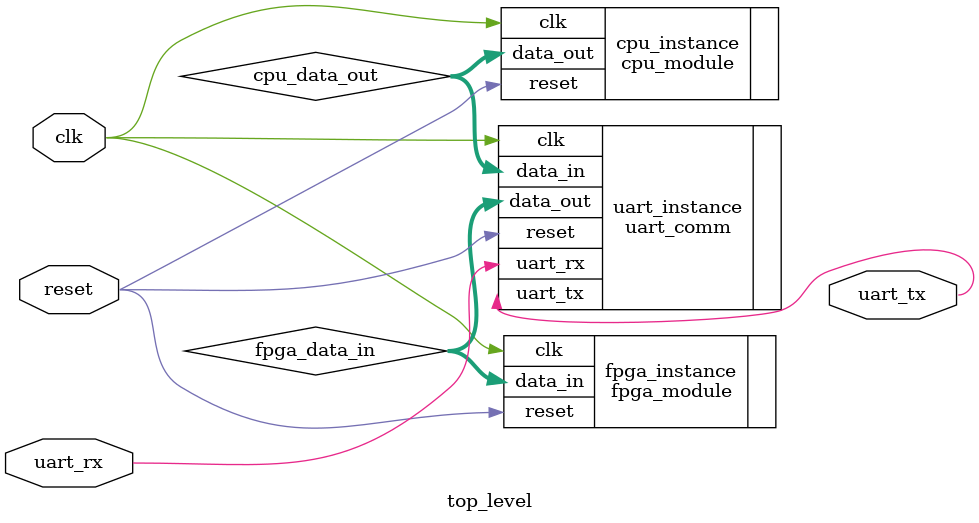
<source format=v>
module top_level (
    input wire clk,
    input wire reset,
    input wire uart_rx,
    output wire uart_tx
);

wire [31:0] cpu_data_out;
wire [31:0] fpga_data_in;

// Instantiate the CPU
cpu_module cpu_instance (
    .clk(clk),
    .reset(reset),
    .data_out(cpu_data_out)
);

// Instantiate the FPGA
fpga_module fpga_instance (
    .clk(clk),
    .reset(reset),
    .data_in(fpga_data_in)
);

// Instantiate the UART module
uart_comm uart_instance (
    .clk(clk),
    .reset(reset),
    .data_in(cpu_data_out),  // Connect CPU data output to UART data input
    .data_out(fpga_data_in), // Connect UART data output to FPGA data input
    .uart_rx(uart_rx),
    .uart_tx(uart_tx)
);

endmodule
</source>
